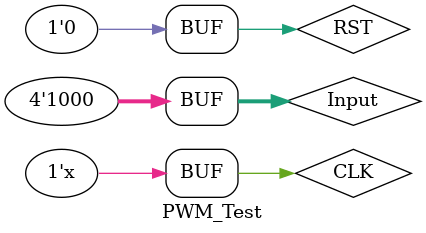
<source format=v>
`timescale 1ns / 1ps


module PWM_Test;

	// Inputs
	reg [3:0] Input;
	reg CLK;
	reg RST;

	// Outputs
	wire OUT;

	// Instantiate the Unit Under Test (UUT)
	PWM uut (
		.Input(Input), 
		.CLK(CLK), 
		.RST(RST), 
		.OUT(OUT)
	);

	initial begin
		// Initialize Inputs
		Input = 4'b1000;
		CLK = 0;
		RST = 1;

		// Wait 100 ns for global reset to finish
		#100;
		RST=0;
        
		// Add stimulus here

	end
	always begin
	#20 CLK =~ CLK;
	end
      
endmodule


</source>
